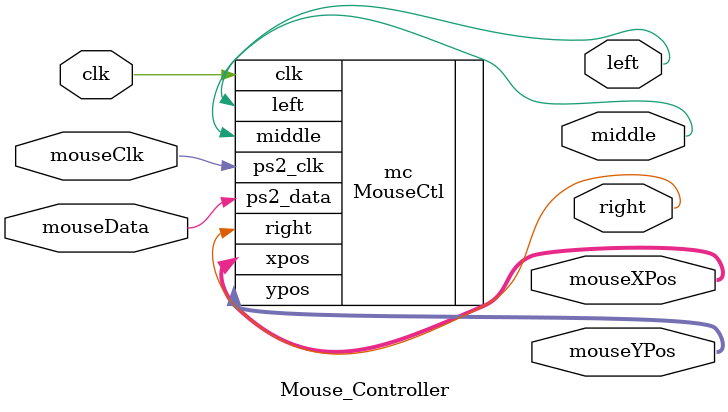
<source format=v>
`timescale 1ns / 1ps


module Mouse_Controller(
    input clk,
    inout mouseClk,
    inout mouseData,
    output [11:0] mouseXPos,
    output [11:0] mouseYPos,
    output left,
    output middle,
    output right
    );
    
    MouseCtl mc(.clk(clk), .xpos(mouseXPos), .ypos(mouseYPos), .left(left), .middle(middle), .right(right), .ps2_clk(mouseClk), .ps2_data(mouseData));
    
    
endmodule

</source>
